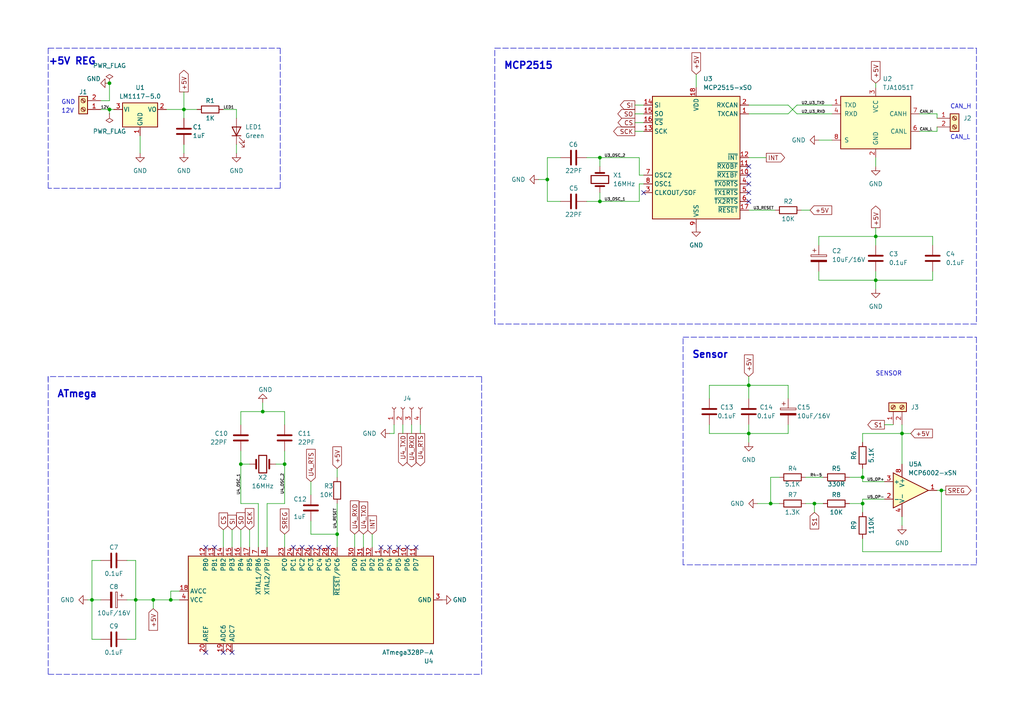
<source format=kicad_sch>
(kicad_sch (version 20211123) (generator eeschema)
  (paper "A4")
  (lib_symbols
    (symbol "Amplifier_Operational:MCP6002-xSN" (pin_names (offset 0.127))
      (property "Reference" "U" (at 0 5.08 0))
      (property "Value" "MCP6002-xSN" (at 0 -5.08 0))
      (symbol "MCP6002-xSN_1_1"
        (polyline (pts (xy -5.08 5.08) (xy 5.08 0) (xy -5.08 -5.08) (xy -5.08 5.08)) (stroke (width 0.254)) (fill (type background)))
        (pin output line (at 7.62 0 180) (length 2.54) (name "~") (number "1"))
        (pin input line (at -7.62 -2.54 0) (length 2.54) (name "-") (number "2"))
        (pin input line (at -7.62 2.54 0) (length 2.54) (name "+") (number "3"))
      )
      (symbol "MCP6002-xSN_2_1"
        (polyline (pts (xy -5.08 5.08) (xy 5.08 0) (xy -5.08 -5.08) (xy -5.08 5.08)) (stroke (width 0.254)) (fill (type background)))
        (pin input line (at -7.62 2.54 0) (length 2.54) (name "+") (number "5"))
        (pin input line (at -7.62 -2.54 0) (length 2.54) (name "-") (number "6"))
        (pin output line (at 7.62 0 180) (length 2.54) (name "~") (number "7"))
      )
      (symbol "MCP6002-xSN_3_1"
        (pin power_in line (at -2.54 -7.62 90) (length 3.81) (name "V-") (number "4"))
        (pin power_in line (at -2.54 7.62 270) (length 3.81) (name "V+") (number "8"))
      )
    )
    (symbol "Connector:Conn_01x04_Female" (pin_names (offset 1.016) hide)
      (property "Reference" "J" (at 0 5.08 0))
      (property "Value" "Conn_01x04_Female" (at 0 -7.62 0))
      (symbol "Conn_01x04_Female_1_1"
        (arc (start 0 -4.572) (mid -0.508 -5.08) (end 0 -5.588) (stroke (width 0.1524)))
        (arc (start 0 -2.032) (mid -0.508 -2.54) (end 0 -3.048) (stroke (width 0.1524)))
        (polyline (pts (xy -1.27 -5.08) (xy -0.508 -5.08)) (stroke (width 0.1524)))
        (polyline (pts (xy -1.27 -2.54) (xy -0.508 -2.54)) (stroke (width 0.1524)))
        (polyline (pts (xy -1.27 0) (xy -0.508 0)) (stroke (width 0.1524)))
        (polyline (pts (xy -1.27 2.54) (xy -0.508 2.54)) (stroke (width 0.1524)))
        (arc (start 0 0.508) (mid -0.508 0) (end 0 -0.508) (stroke (width 0.1524)))
        (arc (start 0 3.048) (mid -0.508 2.54) (end 0 2.032) (stroke (width 0.1524)))
        (pin passive line (at -5.08 2.54 0) (length 3.81) (name "Pin_1") (number "1"))
        (pin passive line (at -5.08 0 0) (length 3.81) (name "Pin_2") (number "2"))
        (pin passive line (at -5.08 -2.54 0) (length 3.81) (name "Pin_3") (number "3"))
        (pin passive line (at -5.08 -5.08 0) (length 3.81) (name "Pin_4") (number "4"))
      )
    )
    (symbol "Connector:Screw_Terminal_01x02" (pin_names (offset 1.016) hide)
      (property "Reference" "J" (at 0 2.54 0))
      (property "Value" "Screw_Terminal_01x02" (at 0 -5.08 0))
      (symbol "Screw_Terminal_01x02_1_1"
        (rectangle (start -1.27 1.27) (end 1.27 -3.81) (stroke (width 0.254)) (fill (type background)))
        (circle (center 0 -2.54) (radius 0.635) (stroke (width 0.1524)))
        (polyline (pts (xy -0.5334 -2.2098) (xy 0.3302 -3.048)) (stroke (width 0.1524)))
        (polyline (pts (xy -0.5334 0.3302) (xy 0.3302 -0.508)) (stroke (width 0.1524)))
        (polyline (pts (xy -0.3556 -2.032) (xy 0.508 -2.8702)) (stroke (width 0.1524)))
        (polyline (pts (xy -0.3556 0.508) (xy 0.508 -0.3302)) (stroke (width 0.1524)))
        (circle (center 0 0) (radius 0.635) (stroke (width 0.1524)))
        (pin passive line (at -5.08 0 0) (length 3.81) (name "Pin_1") (number "1"))
        (pin passive line (at -5.08 -2.54 0) (length 3.81) (name "Pin_2") (number "2"))
      )
    )
    (symbol "Device:C" (pin_numbers hide) (pin_names (offset 0.254))
      (property "Reference" "C" (at 0.635 2.54 0))
      (property "Value" "C" (at 0.635 -2.54 0))
      (symbol "C_0_1"
        (polyline (pts (xy -2.032 -0.762) (xy 2.032 -0.762)) (stroke (width 0.508)))
        (polyline (pts (xy -2.032 0.762) (xy 2.032 0.762)) (stroke (width 0.508)))
      )
      (symbol "C_1_1"
        (pin passive line (at 0 3.81 270) (length 2.794) (name "~") (number "1"))
        (pin passive line (at 0 -3.81 90) (length 2.794) (name "~") (number "2"))
      )
    )
    (symbol "Device:C_Polarized" (pin_numbers hide) (pin_names (offset 0.254))
      (property "Reference" "C" (at 0.635 2.54 0))
      (property "Value" "C_Polarized" (at 0.635 -2.54 0))
      (symbol "C_Polarized_0_1"
        (rectangle (start -2.286 0.508) (end 2.286 1.016))
        (polyline (pts (xy -1.778 2.286) (xy -0.762 2.286)))
        (polyline (pts (xy -1.27 2.794) (xy -1.27 1.778)))
        (rectangle (start 2.286 -0.508) (end -2.286 -1.016) (fill (type outline)))
      )
      (symbol "C_Polarized_1_1"
        (pin passive line (at 0 3.81 270) (length 2.794) (name "~") (number "1"))
        (pin passive line (at 0 -3.81 90) (length 2.794) (name "~") (number "2"))
      )
    )
    (symbol "Device:Crystal" (pin_numbers hide) (pin_names (offset 1.016) hide)
      (property "Reference" "Y" (at 0 3.81 0))
      (property "Value" "Crystal" (at 0 -3.81 0))
      (symbol "Crystal_0_1"
        (rectangle (start -1.143 2.54) (end 1.143 -2.54) (stroke (width 0.3048)))
        (polyline (pts (xy -2.54 0) (xy -1.905 0)))
        (polyline (pts (xy -1.905 -1.27) (xy -1.905 1.27)) (stroke (width 0.508)))
        (polyline (pts (xy 1.905 -1.27) (xy 1.905 1.27)) (stroke (width 0.508)))
        (polyline (pts (xy 2.54 0) (xy 1.905 0)))
      )
      (symbol "Crystal_1_1"
        (pin passive line (at -3.81 0 0) (length 1.27) (name "1") (number "1"))
        (pin passive line (at 3.81 0 180) (length 1.27) (name "2") (number "2"))
      )
    )
    (symbol "Device:LED" (pin_numbers hide) (pin_names (offset 1.016) hide)
      (property "Reference" "D" (at 0 2.54 0))
      (property "Value" "LED" (at 0 -2.54 0))
      (symbol "LED_0_1"
        (polyline (pts (xy -1.27 -1.27) (xy -1.27 1.27)) (stroke (width 0.254)))
        (polyline (pts (xy -1.27 0) (xy 1.27 0)))
        (polyline (pts (xy 1.27 -1.27) (xy 1.27 1.27) (xy -1.27 0) (xy 1.27 -1.27)) (stroke (width 0.254)))
        (polyline (pts (xy -3.048 -0.762) (xy -4.572 -2.286) (xy -3.81 -2.286) (xy -4.572 -2.286) (xy -4.572 -1.524)))
        (polyline (pts (xy -1.778 -0.762) (xy -3.302 -2.286) (xy -2.54 -2.286) (xy -3.302 -2.286) (xy -3.302 -1.524)))
      )
      (symbol "LED_1_1"
        (pin passive line (at -3.81 0 0) (length 2.54) (name "K") (number "1"))
        (pin passive line (at 3.81 0 180) (length 2.54) (name "A") (number "2"))
      )
    )
    (symbol "Device:R" (pin_numbers hide) (pin_names (offset 0))
      (property "Reference" "R" (at 2.032 0 90))
      (property "Value" "R" (at 0 0 90))
      (symbol "R_0_1"
        (rectangle (start -1.016 -2.54) (end 1.016 2.54) (stroke (width 0.254)))
      )
      (symbol "R_1_1"
        (pin passive line (at 0 3.81 270) (length 1.27) (name "~") (number "1"))
        (pin passive line (at 0 -3.81 90) (length 1.27) (name "~") (number "2"))
      )
    )
    (symbol "Interface_CAN_LIN:MCP2515-xSO"
      (property "Reference" "U" (at -10.16 19.685 0))
      (property "Value" "MCP2515-xSO" (at 19.05 20.32 0))
      (symbol "MCP2515-xSO_0_1"
        (rectangle (start -12.7 17.78) (end 12.7 -17.78) (stroke (width 0.254)) (fill (type background)))
      )
      (symbol "MCP2515-xSO_1_1"
        (pin output line (at 15.24 12.7 180) (length 2.54) (name "TXCAN") (number "1"))
        (pin output line (at 15.24 -5.08 180) (length 2.54) (name "~{RX1BF}") (number "10"))
        (pin output line (at 15.24 -2.54 180) (length 2.54) (name "~{RX0BF}") (number "11"))
        (pin output line (at 15.24 0 180) (length 2.54) (name "~{INT}") (number "12"))
        (pin input line (at -15.24 7.62 0) (length 2.54) (name "SCK") (number "13"))
        (pin input line (at -15.24 15.24 0) (length 2.54) (name "SI") (number "14"))
        (pin output line (at -15.24 12.7 0) (length 2.54) (name "SO") (number "15"))
        (pin input line (at -15.24 10.16 0) (length 2.54) (name "~{CS}") (number "16"))
        (pin input line (at 15.24 -15.24 180) (length 2.54) (name "~{RESET}") (number "17"))
        (pin power_in line (at 0 20.32 270) (length 2.54) (name "VDD") (number "18"))
        (pin input line (at 15.24 15.24 180) (length 2.54) (name "RXCAN") (number "2"))
        (pin output line (at -15.24 -10.16 0) (length 2.54) (name "CLKOUT/SOF") (number "3"))
        (pin input line (at 15.24 -7.62 180) (length 2.54) (name "~{TX0RTS}") (number "4"))
        (pin input line (at 15.24 -10.16 180) (length 2.54) (name "~{TX1RTS}") (number "5"))
        (pin input line (at 15.24 -12.7 180) (length 2.54) (name "~{TX2RTS}") (number "6"))
        (pin output line (at -15.24 -5.08 0) (length 2.54) (name "OSC2") (number "7"))
        (pin input line (at -15.24 -7.62 0) (length 2.54) (name "OSC1") (number "8"))
        (pin power_in line (at 0 -20.32 90) (length 2.54) (name "VSS") (number "9"))
      )
    )
    (symbol "Interface_CAN_LIN:TJA1051T" (pin_names (offset 1.016))
      (property "Reference" "U" (at -10.16 8.89 0))
      (property "Value" "TJA1051T" (at 1.27 8.89 0))
      (symbol "TJA1051T_0_1"
        (rectangle (start -10.16 7.62) (end 10.16 -7.62) (stroke (width 0.254)) (fill (type background)))
      )
      (symbol "TJA1051T_1_1"
        (pin input line (at -12.7 5.08 0) (length 2.54) (name "TXD") (number "1"))
        (pin power_in line (at 0 -10.16 90) (length 2.54) (name "GND") (number "2"))
        (pin power_in line (at 0 10.16 270) (length 2.54) (name "VCC") (number "3"))
        (pin output line (at -12.7 2.54 0) (length 2.54) (name "RXD") (number "4"))
        (pin no_connect line (at -12.7 -2.54 0) (length 2.54) hide (name "n.c.") (number "5"))
        (pin bidirectional line (at 12.7 -2.54 180) (length 2.54) (name "CANL") (number "6"))
        (pin bidirectional line (at 12.7 2.54 180) (length 2.54) (name "CANH") (number "7"))
        (pin input line (at -12.7 -5.08 0) (length 2.54) (name "S") (number "8"))
      )
    )
    (symbol "MCU_Microchip_ATmega:ATmega328P-A"
      (property "Reference" "U" (at -12.7 36.83 0))
      (property "Value" "ATmega328P-A" (at 2.54 -36.83 0))
      (symbol "ATmega328P-A_0_1"
        (rectangle (start -12.7 -35.56) (end 12.7 35.56) (stroke (width 0.254)) (fill (type background)))
      )
      (symbol "ATmega328P-A_1_1"
        (pin bidirectional line (at 15.24 -20.32 180) (length 2.54) (name "PD3") (number "1"))
        (pin bidirectional line (at 15.24 -27.94 180) (length 2.54) (name "PD6") (number "10"))
        (pin bidirectional line (at 15.24 -30.48 180) (length 2.54) (name "PD7") (number "11"))
        (pin bidirectional line (at 15.24 30.48 180) (length 2.54) (name "PB0") (number "12"))
        (pin bidirectional line (at 15.24 27.94 180) (length 2.54) (name "PB1") (number "13"))
        (pin bidirectional line (at 15.24 25.4 180) (length 2.54) (name "PB2") (number "14"))
        (pin bidirectional line (at 15.24 22.86 180) (length 2.54) (name "PB3") (number "15"))
        (pin bidirectional line (at 15.24 20.32 180) (length 2.54) (name "PB4") (number "16"))
        (pin bidirectional line (at 15.24 17.78 180) (length 2.54) (name "PB5") (number "17"))
        (pin power_in line (at 2.54 38.1 270) (length 2.54) (name "AVCC") (number "18"))
        (pin input line (at -15.24 25.4 0) (length 2.54) (name "ADC6") (number "19"))
        (pin bidirectional line (at 15.24 -22.86 180) (length 2.54) (name "PD4") (number "2"))
        (pin passive line (at -15.24 30.48 0) (length 2.54) (name "AREF") (number "20"))
        (pin passive line (at 0 -38.1 90) (length 2.54) hide (name "GND") (number "21"))
        (pin input line (at -15.24 22.86 0) (length 2.54) (name "ADC7") (number "22"))
        (pin bidirectional line (at 15.24 7.62 180) (length 2.54) (name "PC0") (number "23"))
        (pin bidirectional line (at 15.24 5.08 180) (length 2.54) (name "PC1") (number "24"))
        (pin bidirectional line (at 15.24 2.54 180) (length 2.54) (name "PC2") (number "25"))
        (pin bidirectional line (at 15.24 0 180) (length 2.54) (name "PC3") (number "26"))
        (pin bidirectional line (at 15.24 -2.54 180) (length 2.54) (name "PC4") (number "27"))
        (pin bidirectional line (at 15.24 -5.08 180) (length 2.54) (name "PC5") (number "28"))
        (pin bidirectional line (at 15.24 -7.62 180) (length 2.54) (name "~{RESET}/PC6") (number "29"))
        (pin power_in line (at 0 -38.1 90) (length 2.54) (name "GND") (number "3"))
        (pin bidirectional line (at 15.24 -12.7 180) (length 2.54) (name "PD0") (number "30"))
        (pin bidirectional line (at 15.24 -15.24 180) (length 2.54) (name "PD1") (number "31"))
        (pin bidirectional line (at 15.24 -17.78 180) (length 2.54) (name "PD2") (number "32"))
        (pin power_in line (at 0 38.1 270) (length 2.54) (name "VCC") (number "4"))
        (pin passive line (at 0 -38.1 90) (length 2.54) hide (name "GND") (number "5"))
        (pin passive line (at 0 38.1 270) (length 2.54) hide (name "VCC") (number "6"))
        (pin bidirectional line (at 15.24 15.24 180) (length 2.54) (name "XTAL1/PB6") (number "7"))
        (pin bidirectional line (at 15.24 12.7 180) (length 2.54) (name "XTAL2/PB7") (number "8"))
        (pin bidirectional line (at 15.24 -25.4 180) (length 2.54) (name "PD5") (number "9"))
      )
    )
    (symbol "Regulator_Linear:LM1117-5.0" (pin_names (offset 0.254))
      (property "Reference" "U" (at -3.81 3.175 0))
      (property "Value" "LM1117-5.0" (at 0 3.175 0))
      (symbol "LM1117-5.0_0_1"
        (rectangle (start -5.08 -5.08) (end 5.08 1.905) (stroke (width 0.254)) (fill (type background)))
      )
      (symbol "LM1117-5.0_1_1"
        (pin power_in line (at 0 -7.62 90) (length 2.54) (name "GND") (number "1"))
        (pin power_out line (at 7.62 0 180) (length 2.54) (name "VO") (number "2"))
        (pin power_in line (at -7.62 0 0) (length 2.54) (name "VI") (number "3"))
      )
    )
    (symbol "power:GND" (power) (pin_names (offset 0))
      (property "Value" "GND" (at 0 -3.81 0))
      (symbol "GND_0_1"
        (polyline (pts (xy 0 0) (xy 0 -1.27) (xy 1.27 -1.27) (xy 0 -2.54) (xy -1.27 -1.27) (xy 0 -1.27)))
      )
      (symbol "GND_1_1"
        (pin power_in line (at 0 0 270) (length 0) hide (name "GND") (number "1"))
      )
    )
    (symbol "power:PWR_FLAG" (power) (pin_numbers hide) (pin_names (offset 0) hide)
      (property "Value" "PWR_FLAG" (at 0 3.81 0))
      (symbol "PWR_FLAG_0_0"
        (pin power_out line (at 0 0 90) (length 0) (name "pwr") (number "1"))
      )
      (symbol "PWR_FLAG_0_1"
        (polyline (pts (xy 0 0) (xy 0 1.27) (xy -1.016 1.905) (xy 0 2.54) (xy 1.016 1.905) (xy 0 1.27)))
      )
    )
  )
  (junction (at 250.19 138.43))
  (junction (at 254 81.28))
  (junction (at 254 68.58))
  (junction (at 31.75 24.13))
  (junction (at 69.85 134.62))
  (junction (at 217.17 125.73))
  (junction (at 53.34 31.75))
  (junction (at 26.67 173.99))
  (junction (at 261.62 125.73))
  (junction (at 49.53 173.99))
  (junction (at 173.99 45.72))
  (junction (at 217.17 111.76))
  (junction (at 273.05 142.24))
  (junction (at 97.79 154.94))
  (junction (at 236.22 146.05))
  (junction (at 82.55 134.62))
  (junction (at 76.2 119.38))
  (junction (at 223.52 146.05))
  (junction (at 250.19 146.05))
  (junction (at 44.45 173.99))
  (junction (at 158.75 52.07))
  (junction (at 39.37 173.99))
  (junction (at 31.75 31.75))
  (junction (at 173.99 58.42))
  (no_connect (at 59.69 158.75))
  (no_connect (at 217.17 55.88))
  (no_connect (at 113.03 158.75))
  (no_connect (at 217.17 50.8))
  (no_connect (at 85.09 158.75))
  (no_connect (at 67.31 189.23))
  (no_connect (at 217.17 48.26))
  (no_connect (at 64.77 189.23))
  (no_connect (at 217.17 53.34))
  (no_connect (at 120.65 158.75))
  (no_connect (at 217.17 58.42))
  (no_connect (at 186.69 55.88))
  (no_connect (at 59.69 189.23))
  (no_connect (at 87.63 158.75))
  (no_connect (at 95.25 158.75))
  (no_connect (at 110.49 158.75))
  (no_connect (at 118.11 158.75))
  (no_connect (at 115.57 158.75))
  (no_connect (at 92.71 158.75))
  (no_connect (at 62.23 158.75))
  (no_connect (at 90.17 158.75))
  (wire (pts (xy 29.21 162.56) (xy 26.67 162.56)))
  (wire (pts (xy 102.87 154.94) (xy 102.87 158.75)))
  (wire (pts (xy 250.19 139.7) (xy 250.19 138.43)))
  (wire (pts (xy 273.05 142.24) (xy 273.05 160.02)))
  (wire (pts (xy 114.3 123.19) (xy 114.3 125.73)))
  (wire (pts (xy 26.67 173.99) (xy 26.67 185.42)))
  (wire (pts (xy 233.68 138.43) (xy 238.76 138.43)))
  (wire (pts (xy 250.19 125.73) (xy 261.62 125.73)))
  (wire (pts (xy 186.69 53.34) (xy 185.42 53.34)))
  (wire (pts (xy 64.77 31.75) (xy 68.58 31.75)))
  (wire (pts (xy 105.41 154.94) (xy 105.41 158.75)))
  (wire (pts (xy 40.64 39.37) (xy 40.64 44.45)))
  (wire (pts (xy 236.22 146.05) (xy 236.22 148.59)))
  (wire (pts (xy 184.15 30.48) (xy 186.69 30.48)))
  (wire (pts (xy 246.38 138.43) (xy 250.19 138.43)))
  (wire (pts (xy 254 68.58) (xy 254 71.12)))
  (wire (pts (xy 237.49 81.28) (xy 254 81.28)))
  (wire (pts (xy 261.62 149.86) (xy 261.62 152.4)))
  (wire (pts (xy 254 81.28) (xy 270.51 81.28)))
  (wire (pts (xy 237.49 78.74) (xy 237.49 81.28)))
  (wire (pts (xy 39.37 185.42) (xy 36.83 185.42)))
  (wire (pts (xy 186.69 50.8) (xy 185.42 50.8)))
  (wire (pts (xy 266.7 33.02) (xy 271.78 33.02)))
  (wire (pts (xy 82.55 134.62) (xy 80.01 134.62)))
  (wire (pts (xy 82.55 134.62) (xy 82.55 146.05)))
  (wire (pts (xy 184.15 33.02) (xy 186.69 33.02)))
  (wire (pts (xy 90.17 154.94) (xy 90.17 151.13)))
  (wire (pts (xy 77.47 146.05) (xy 82.55 146.05)))
  (wire (pts (xy 31.75 33.02) (xy 31.75 31.75)))
  (wire (pts (xy 184.15 35.56) (xy 186.69 35.56)))
  (polyline (pts (xy 143.51 13.97) (xy 283.21 13.97)))
  (wire (pts (xy 97.79 135.89) (xy 97.79 138.43)))
  (wire (pts (xy 250.19 135.89) (xy 250.19 138.43)))
  (wire (pts (xy 271.78 33.02) (xy 271.78 34.29)))
  (wire (pts (xy 158.75 58.42) (xy 158.75 52.07)))
  (polyline (pts (xy 13.97 13.97) (xy 81.28 13.97)))
  (wire (pts (xy 228.6 30.48) (xy 231.14 33.02)))
  (wire (pts (xy 69.85 123.19) (xy 69.85 119.38)))
  (wire (pts (xy 114.3 125.73) (xy 113.03 125.73)))
  (wire (pts (xy 44.45 173.99) (xy 49.53 173.99)))
  (wire (pts (xy 228.6 33.02) (xy 217.17 33.02)))
  (wire (pts (xy 254 45.72) (xy 254 48.26)))
  (wire (pts (xy 185.42 45.72) (xy 185.42 50.8)))
  (wire (pts (xy 173.99 58.42) (xy 170.18 58.42)))
  (wire (pts (xy 44.45 176.53) (xy 44.45 173.99)))
  (polyline (pts (xy 283.21 13.97) (xy 283.21 93.98)))
  (wire (pts (xy 25.4 173.99) (xy 26.67 173.99)))
  (wire (pts (xy 254 81.28) (xy 254 83.82)))
  (wire (pts (xy 217.17 123.19) (xy 217.17 125.73)))
  (wire (pts (xy 217.17 30.48) (xy 228.6 30.48)))
  (wire (pts (xy 49.53 171.45) (xy 52.07 171.45)))
  (wire (pts (xy 254 66.04) (xy 254 68.58)))
  (wire (pts (xy 74.93 146.05) (xy 74.93 158.75)))
  (wire (pts (xy 223.52 138.43) (xy 226.06 138.43)))
  (wire (pts (xy 233.68 146.05) (xy 236.22 146.05)))
  (wire (pts (xy 76.2 119.38) (xy 82.55 119.38)))
  (wire (pts (xy 116.84 123.19) (xy 116.84 125.73)))
  (wire (pts (xy 271.78 142.24) (xy 273.05 142.24)))
  (wire (pts (xy 31.75 29.21) (xy 29.21 29.21)))
  (wire (pts (xy 26.67 173.99) (xy 29.21 173.99)))
  (wire (pts (xy 205.74 123.19) (xy 205.74 125.73)))
  (wire (pts (xy 254 68.58) (xy 270.51 68.58)))
  (wire (pts (xy 236.22 146.05) (xy 238.76 146.05)))
  (wire (pts (xy 270.51 68.58) (xy 270.51 71.12)))
  (wire (pts (xy 173.99 45.72) (xy 173.99 48.26)))
  (wire (pts (xy 173.99 45.72) (xy 170.18 45.72)))
  (wire (pts (xy 250.19 144.78) (xy 256.54 144.78)))
  (wire (pts (xy 173.99 58.42) (xy 185.42 58.42)))
  (wire (pts (xy 64.77 158.75) (xy 64.77 153.67)))
  (polyline (pts (xy 283.21 163.83) (xy 198.12 163.83)))
  (wire (pts (xy 270.51 81.28) (xy 270.51 78.74)))
  (wire (pts (xy 39.37 162.56) (xy 36.83 162.56)))
  (wire (pts (xy 271.78 38.1) (xy 271.78 36.83)))
  (wire (pts (xy 250.19 160.02) (xy 250.19 156.21)))
  (polyline (pts (xy 13.97 109.22) (xy 13.97 195.58)))
  (wire (pts (xy 39.37 173.99) (xy 39.37 185.42)))
  (wire (pts (xy 231.14 30.48) (xy 241.3 30.48)))
  (wire (pts (xy 219.71 146.05) (xy 223.52 146.05)))
  (wire (pts (xy 69.85 134.62) (xy 69.85 130.81)))
  (wire (pts (xy 31.75 24.13) (xy 31.75 29.21)))
  (wire (pts (xy 237.49 40.64) (xy 241.3 40.64)))
  (wire (pts (xy 266.7 38.1) (xy 271.78 38.1)))
  (wire (pts (xy 250.19 125.73) (xy 250.19 128.27)))
  (polyline (pts (xy 283.21 97.79) (xy 283.21 163.83)))
  (polyline (pts (xy 13.97 195.58) (xy 139.7 195.58)))
  (wire (pts (xy 90.17 139.7) (xy 90.17 143.51)))
  (wire (pts (xy 205.74 125.73) (xy 217.17 125.73)))
  (wire (pts (xy 250.19 148.59) (xy 250.19 146.05)))
  (wire (pts (xy 205.74 111.76) (xy 217.17 111.76)))
  (wire (pts (xy 246.38 146.05) (xy 250.19 146.05)))
  (polyline (pts (xy 283.21 93.98) (xy 143.51 93.98)))
  (wire (pts (xy 26.67 185.42) (xy 29.21 185.42)))
  (wire (pts (xy 158.75 52.07) (xy 158.75 45.72)))
  (wire (pts (xy 256.54 123.19) (xy 259.08 123.19)))
  (polyline (pts (xy 143.51 93.98) (xy 143.51 13.97)))
  (wire (pts (xy 39.37 173.99) (xy 44.45 173.99)))
  (wire (pts (xy 185.42 53.34) (xy 185.42 58.42)))
  (wire (pts (xy 156.21 52.07) (xy 158.75 52.07)))
  (wire (pts (xy 77.47 158.75) (xy 77.47 146.05)))
  (wire (pts (xy 107.95 158.75) (xy 107.95 154.94)))
  (wire (pts (xy 76.2 116.84) (xy 76.2 119.38)))
  (wire (pts (xy 49.53 173.99) (xy 52.07 173.99)))
  (wire (pts (xy 48.26 31.75) (xy 53.34 31.75)))
  (wire (pts (xy 254 24.13) (xy 254 25.4)))
  (wire (pts (xy 158.75 45.72) (xy 162.56 45.72)))
  (wire (pts (xy 228.6 111.76) (xy 228.6 115.57)))
  (wire (pts (xy 261.62 123.19) (xy 261.62 125.73)))
  (wire (pts (xy 39.37 173.99) (xy 39.37 162.56)))
  (wire (pts (xy 68.58 31.75) (xy 68.58 34.29)))
  (wire (pts (xy 53.34 31.75) (xy 53.34 34.29)))
  (wire (pts (xy 205.74 111.76) (xy 205.74 115.57)))
  (wire (pts (xy 29.21 31.75) (xy 31.75 31.75)))
  (polyline (pts (xy 81.28 13.97) (xy 81.28 54.61)))
  (wire (pts (xy 217.17 111.76) (xy 217.17 115.57)))
  (wire (pts (xy 82.55 134.62) (xy 82.55 130.81)))
  (wire (pts (xy 68.58 41.91) (xy 68.58 44.45)))
  (polyline (pts (xy 198.12 97.79) (xy 283.21 97.79)))
  (wire (pts (xy 232.41 60.96) (xy 234.95 60.96)))
  (wire (pts (xy 82.55 154.94) (xy 82.55 158.75)))
  (wire (pts (xy 121.92 123.19) (xy 121.92 125.73)))
  (wire (pts (xy 228.6 123.19) (xy 228.6 125.73)))
  (polyline (pts (xy 81.28 54.61) (xy 13.97 54.61)))
  (wire (pts (xy 254 78.74) (xy 254 81.28)))
  (wire (pts (xy 49.53 173.99) (xy 49.53 171.45)))
  (wire (pts (xy 223.52 146.05) (xy 226.06 146.05)))
  (polyline (pts (xy 139.7 195.58) (xy 139.7 109.22)))
  (wire (pts (xy 31.75 31.75) (xy 33.02 31.75)))
  (wire (pts (xy 69.85 119.38) (xy 76.2 119.38)))
  (wire (pts (xy 173.99 55.88) (xy 173.99 58.42)))
  (polyline (pts (xy 139.7 109.22) (xy 13.97 109.22)))
  (wire (pts (xy 231.14 33.02) (xy 241.3 33.02)))
  (wire (pts (xy 53.34 26.67) (xy 53.34 31.75)))
  (wire (pts (xy 72.39 158.75) (xy 72.39 153.67)))
  (wire (pts (xy 69.85 134.62) (xy 69.85 146.05)))
  (wire (pts (xy 217.17 125.73) (xy 217.17 128.27)))
  (wire (pts (xy 72.39 134.62) (xy 69.85 134.62)))
  (wire (pts (xy 26.67 162.56) (xy 26.67 173.99)))
  (wire (pts (xy 217.17 111.76) (xy 228.6 111.76)))
  (polyline (pts (xy 13.97 13.97) (xy 13.97 54.61)))
  (wire (pts (xy 36.83 173.99) (xy 39.37 173.99)))
  (wire (pts (xy 250.19 146.05) (xy 250.19 144.78)))
  (wire (pts (xy 119.38 123.19) (xy 119.38 125.73)))
  (wire (pts (xy 231.14 30.48) (xy 228.6 33.02)))
  (wire (pts (xy 228.6 125.73) (xy 217.17 125.73)))
  (wire (pts (xy 222.25 45.72) (xy 217.17 45.72)))
  (wire (pts (xy 67.31 158.75) (xy 67.31 153.67)))
  (wire (pts (xy 261.62 125.73) (xy 261.62 134.62)))
  (wire (pts (xy 273.05 142.24) (xy 274.32 142.24)))
  (wire (pts (xy 97.79 154.94) (xy 90.17 154.94)))
  (wire (pts (xy 217.17 109.22) (xy 217.17 111.76)))
  (wire (pts (xy 162.56 58.42) (xy 158.75 58.42)))
  (wire (pts (xy 173.99 45.72) (xy 185.42 45.72)))
  (wire (pts (xy 69.85 146.05) (xy 74.93 146.05)))
  (wire (pts (xy 261.62 125.73) (xy 264.16 125.73)))
  (wire (pts (xy 82.55 119.38) (xy 82.55 123.19)))
  (wire (pts (xy 97.79 146.05) (xy 97.79 154.94)))
  (wire (pts (xy 201.93 21.59) (xy 201.93 25.4)))
  (wire (pts (xy 69.85 158.75) (xy 69.85 153.67)))
  (wire (pts (xy 184.15 38.1) (xy 186.69 38.1)))
  (wire (pts (xy 237.49 68.58) (xy 237.49 71.12)))
  (wire (pts (xy 254 68.58) (xy 237.49 68.58)))
  (wire (pts (xy 250.19 139.7) (xy 256.54 139.7)))
  (wire (pts (xy 273.05 160.02) (xy 250.19 160.02)))
  (wire (pts (xy 223.52 146.05) (xy 223.52 138.43)))
  (polyline (pts (xy 198.12 163.83) (xy 198.12 97.79)))
  (wire (pts (xy 217.17 60.96) (xy 224.79 60.96)))
  (wire (pts (xy 53.34 31.75) (xy 57.15 31.75)))
  (polyline (pts (xy 13.97 109.22) (xy 13.97 110.49)))
  (wire (pts (xy 97.79 154.94) (xy 97.79 158.75)))
  (wire (pts (xy 53.34 41.91) (xy 53.34 44.45)))
  (text "CAN_H" (at 275.59 31.75 0) (effects (font (size 1.27 1.27)) (justify left bottom)))
  (text "+5V REG" (at 13.97 19.05 0) (effects (font (size 2 2) (thickness 0.4) bold) (justify left bottom)))
  (text "12V" (at 17.78 33.02 0) (effects (font (size 1.27 1.27)) (justify left bottom)))
  (text "Sensor" (at 200.66 104.14 0) (effects (font (size 2 2) (thickness 0.4) bold) (justify left bottom)))
  (text "CAN_L" (at 275.59 40.64 0) (effects (font (size 1.27 1.27)) (justify left bottom)))
  (text "ATmega" (at 16.51 115.57 0) (effects (font (size 2 2) (thickness 0.4) bold) (justify left bottom)))
  (text "MCP2515" (at 146.05 20.32 0) (effects (font (size 2 2) (thickness 0.4) bold) (justify left bottom)))
  (text "GND" (at 17.78 30.48 0) (effects (font (size 1.27 1.27)) (justify left bottom)))
  (text "SENSOR" (at 261.62 109.22 180) (effects (font (size 1.27 1.27)) (justify right bottom)))
  (label "U2_U3_TXD" (at 232.41 30.48 0) (effects (font (size 0.8 0.8))))
  (label "LED1" (at 64.77 31.75 0) (effects (font (size 0.8 0.8))))
  (label "U5_OP+" (at 251.46 139.7 0) (effects (font (size 0.8 0.8))))
  (label "U4_OSC_1" (at 69.85 143.51 90) (effects (font (size 0.8 0.8))))
  (label "CAN_L" (at 266.7 38.1 0) (effects (font (size 0.8 0.8))))
  (label "R4-5" (at 234.95 138.43 0) (effects (font (size 0.8 0.8))))
  (label "CAN_H" (at 266.7 33.02 0) (effects (font (size 0.8 0.8))))
  (label "U2_U3_RXD" (at 232.41 33.02 0) (effects (font (size 0.8 0.8))))
  (label "U3_OSC_1" (at 175.26 58.42 0) (effects (font (size 0.8 0.8))))
  (label "U4_RESET" (at 97.79 147.32 270) (effects (font (size 0.8 0.8))))
  (label "12V" (at 29.21 31.75 0) (effects (font (size 0.8 0.8))))
  (label "U5_OP-" (at 251.46 144.78 0) (effects (font (size 0.8 0.8))))
  (label "U3_OSC_2" (at 175.26 45.72 0) (effects (font (size 0.8 0.8))))
  (label "U3_RESET" (at 218.44 60.96 0) (effects (font (size 0.8 0.8))))
  (label "U4_OSC_2" (at 82.55 137.16 270) (effects (font (size 0.8 0.8))))
  (global_label "SO" (shape input) (at 69.85 153.67 90) (property "Intersheet References" "${INTERSHEET_REFS}" (effects hide)))
  (global_label "S1" (shape input) (at 236.22 148.59 270) (property "Intersheet References" "${INTERSHEET_REFS}" (effects hide)))
  (global_label "U4_TXD" (shape output) (at 116.84 125.73 270) (property "Intersheet References" "${INTERSHEET_REFS}" (effects hide)))
  (global_label "U4_RTS" (shape output) (at 121.92 125.73 270) (property "Intersheet References" "${INTERSHEET_REFS}" (effects hide)))
  (global_label "SO" (shape output) (at 184.15 33.02 180) (property "Intersheet References" "${INTERSHEET_REFS}" (effects hide)))
  (global_label "+5V" (shape input) (at 254 24.13 90) (property "Intersheet References" "${INTERSHEET_REFS}" (effects hide)))
  (global_label "SI" (shape output) (at 184.15 30.48 180) (property "Intersheet References" "${INTERSHEET_REFS}" (effects hide)))
  (global_label "U4_TXD" (shape input) (at 105.41 154.94 90) (property "Intersheet References" "${INTERSHEET_REFS}" (effects hide)))
  (global_label "+5V" (shape output) (at 254 66.04 90) (property "Intersheet References" "${INTERSHEET_REFS}" (effects hide)))
  (global_label "+5V" (shape input) (at 201.93 21.59 90) (property "Intersheet References" "${INTERSHEET_REFS}" (effects hide)))
  (global_label "+5V" (shape input) (at 217.17 109.22 90) (property "Intersheet References" "${INTERSHEET_REFS}" (effects hide)))
  (global_label "+5V" (shape input) (at 264.16 125.73 0) (property "Intersheet References" "${INTERSHEET_REFS}" (effects hide)))
  (global_label "SCK" (shape output) (at 184.15 38.1 180) (property "Intersheet References" "${INTERSHEET_REFS}" (effects hide)))
  (global_label "SCK" (shape input) (at 72.39 153.67 90) (property "Intersheet References" "${INTERSHEET_REFS}" (effects hide)))
  (global_label "SI" (shape input) (at 67.31 153.67 90) (property "Intersheet References" "${INTERSHEET_REFS}" (effects hide)))
  (global_label "U4_RTS" (shape input) (at 90.17 139.7 90) (property "Intersheet References" "${INTERSHEET_REFS}" (effects hide)))
  (global_label "CS" (shape input) (at 64.77 153.67 90) (property "Intersheet References" "${INTERSHEET_REFS}" (effects hide)))
  (global_label "CS" (shape output) (at 184.15 35.56 180) (property "Intersheet References" "${INTERSHEET_REFS}" (effects hide)))
  (global_label "+5V" (shape input) (at 44.45 176.53 270) (property "Intersheet References" "${INTERSHEET_REFS}" (effects hide)))
  (global_label "U4_RXD" (shape input) (at 102.87 154.94 90) (property "Intersheet References" "${INTERSHEET_REFS}" (effects hide)))
  (global_label "INT" (shape output) (at 222.25 45.72 0) (property "Intersheet References" "${INTERSHEET_REFS}" (effects hide)))
  (global_label "+5V" (shape input) (at 97.79 135.89 90) (property "Intersheet References" "${INTERSHEET_REFS}" (effects hide)))
  (global_label "S1" (shape output) (at 256.54 123.19 180) (property "Intersheet References" "${INTERSHEET_REFS}" (effects hide)))
  (global_label "U4_RXD" (shape output) (at 119.38 125.73 270) (property "Intersheet References" "${INTERSHEET_REFS}" (effects hide)))
  (global_label "SREG" (shape input) (at 82.55 154.94 90) (property "Intersheet References" "${INTERSHEET_REFS}" (effects hide)))
  (global_label "INT" (shape input) (at 107.95 154.94 90) (property "Intersheet References" "${INTERSHEET_REFS}" (effects hide)))
  (global_label "SREG" (shape output) (at 274.32 142.24 0) (property "Intersheet References" "${INTERSHEET_REFS}" (effects hide)))
  (global_label "+5V" (shape output) (at 53.34 26.67 90) (property "Intersheet References" "${INTERSHEET_REFS}" (effects hide)))
  (global_label "+5V" (shape input) (at 234.95 60.96 0) (property "Intersheet References" "${INTERSHEET_REFS}" (effects hide)))
  (symbol (lib_id "power:GND") (at 76.2 116.84 180) (unit 1)
    (property "Reference" "#PWR0111" (effects hide))
    (property "Value" "GND" (at 74.93 113.03 0) (effects (justify right)))
  )
  (symbol (lib_id "Device:Crystal") (at 76.2 134.62 0) (unit 1)
    (property "Reference" "X2" (at 76.2 138.43 0))
    (property "Value" "16MHz" (at 76.2 140.97 0))
    (property "Footprint" "Crystal:Crystal_HC49-4H_Vertical" (effects hide))
  )
  (symbol (lib_id "Device:C") (at 270.51 74.93 0) (unit 1)
    (property "Reference" "C4" (at 274.32 73.6599 0) (effects (justify left)))
    (property "Value" "0.1uF" (at 274.32 76.1999 0) (effects (justify left)))
    (property "Footprint" "Capacitor_SMD_Custom:C_KEM_0805_2.0x1.25mm" (effects hide))
  )
  (symbol (lib_id "power:GND") (at 113.03 125.73 270) (unit 1)
    (property "Reference" "#PWR0109" (effects hide))
    (property "Value" "GND" (at 109.22 125.7299 90) (effects (justify right)))
  )
  (symbol (lib_id "Device:C") (at 33.02 162.56 270) (unit 1)
    (property "Reference" "C7" (at 33.02 158.75 90))
    (property "Value" "0.1uF" (at 33.02 166.37 90))
    (property "Footprint" "Capacitor_SMD_Custom:C_KEM_0805_2.0x1.25mm" (effects hide))
  )
  (symbol (lib_id "Connector:Screw_Terminal_01x02") (at 276.86 34.29 0) (unit 1)
    (property "Reference" "J2" (at 279.4 34.2899 0) (effects (justify left)))
    (property "Value" "Screw_Terminal_01x02" (effects hide))
    (property "Footprint" "TerminalBlock:TerminalBlock_bornier-2_P5.08mm" (effects hide))
  )
  (symbol (lib_id "Device:Crystal") (at 173.99 52.07 270) (unit 1)
    (property "Reference" "X1" (at 177.8 50.7999 90) (effects (justify left)))
    (property "Value" "16MHz" (at 177.8 53.3399 90) (effects (justify left)))
    (property "Footprint" "Crystal:Crystal_HC49-4H_Vertical" (effects hide))
  )
  (symbol (lib_id "Connector:Screw_Terminal_01x02") (at 259.08 118.11 90) (unit 1)
    (property "Reference" "J3" (at 264.16 118.1099 90) (effects (justify right)))
    (property "Value" "Screw_Terminal_01x02" (effects hide))
    (property "Footprint" "TerminalBlock:TerminalBlock_bornier-2_P5.08mm" (effects hide))
  )
  (symbol (lib_id "Device:C") (at 82.55 127 0) (unit 1)
    (property "Reference" "C11" (at 86.36 125.73 0) (effects (justify left)))
    (property "Value" "22PF" (at 86.36 128.2699 0) (effects (justify left)))
    (property "Footprint" "Capacitor_SMD_Custom:C_KEM_0805_2.0x1.25mm" (effects hide))
  )
  (symbol (lib_id "Device:R") (at 229.87 138.43 90) (unit 1)
    (property "Reference" "R4" (at 229.87 135.89 90))
    (property "Value" "5.1K" (at 229.87 139.7 90) (effects (justify bottom)))
    (property "Footprint" "Resistors_SMD_Custom:R_SPR-0603_1.6x0.8mm" (effects hide))
  )
  (symbol (lib_id "Connector:Conn_01x04_Female") (at 116.84 118.11 90) (unit 1)
    (property "Reference" "J4" (at 118.11 115.57 90))
    (property "Value" "Conn_01x04_Female" (effects hide))
    (property "Footprint" "Connector_PinHeader_2.54mm:PinHeader_1x04_P2.54mm_Vertical" (effects hide))
  )
  (symbol (lib_id "power:GND") (at 156.21 52.07 270) (unit 1)
    (property "Reference" "#PWR0103" (effects hide))
    (property "Value" "GND" (at 152.4 52.0699 90) (effects (justify right)))
  )
  (symbol (lib_id "power:GND") (at 237.49 40.64 270) (unit 1)
    (property "Reference" "#PWR0113" (effects hide))
    (property "Value" "GND" (at 233.68 40.6399 90) (effects (justify right)))
  )
  (symbol (lib_id "Device:R") (at 250.19 152.4 0) (unit 1)
    (property "Reference" "R9" (at 247.65 153.67 90) (effects (justify left)))
    (property "Value" "110K" (at 252.73 154.94 90) (effects (justify left)))
    (property "Footprint" "Resistors_SMD_Custom:R_SPR-0603_1.6x0.8mm" (effects hide))
  )
  (symbol (lib_id "power:GND") (at 254 83.82 0) (unit 1)
    (property "Reference" "#PWR0112" (effects hide))
    (property "Value" "GND" (at 254 88.9 0))
  )
  (symbol (lib_id "Device:C_Polarized") (at 33.02 173.99 270) (unit 1)
    (property "Reference" "C8" (at 33.02 170.18 90))
    (property "Value" "10uF/16V" (at 33.02 177.8 90))
    (property "Footprint" "Capacitor_SMD_Custom:C_TAJ_3516_Bauform_A" (effects hide))
  )
  (symbol (lib_id "Device:C") (at 166.37 58.42 90) (unit 1)
    (property "Reference" "C5" (at 166.37 54.61 90))
    (property "Value" "22PF" (at 166.37 62.23 90))
    (property "Footprint" "Capacitor_SMD_Custom:C_KEM_0805_2.0x1.25mm" (effects hide))
  )
  (symbol (lib_id "power:GND") (at 201.93 66.04 0) (unit 1)
    (property "Reference" "#PWR0114" (effects hide))
    (property "Value" "GND" (at 201.93 71.12 0))
  )
  (symbol (lib_id "power:GND") (at 128.27 173.99 90) (unit 1)
    (property "Reference" "#PWR0110" (effects hide))
    (property "Value" "GND" (at 133.35 173.99 90))
  )
  (symbol (lib_id "Device:R") (at 242.57 138.43 90) (unit 1)
    (property "Reference" "R5" (at 242.57 135.89 90))
    (property "Value" "330R" (at 242.57 139.7 90) (effects (justify bottom)))
    (property "Footprint" "Resistors_SMD_Custom:R_SPR-0603_1.6x0.8mm" (effects hide))
  )
  (symbol (lib_id "power:GND") (at 68.58 44.45 0) (unit 1)
    (property "Reference" "#PWR0107" (effects hide))
    (property "Value" "GND" (at 68.58 49.53 0))
  )
  (symbol (lib_id "Device:R") (at 242.57 146.05 90) (unit 1)
    (property "Reference" "R8" (at 242.57 143.51 90))
    (property "Value" "10K" (at 242.57 148.59 90))
    (property "Footprint" "Resistors_SMD_Custom:R_SPR-0603_1.6x0.8mm" (effects hide))
  )
  (symbol (lib_id "Device:R") (at 229.87 146.05 270) (unit 1)
    (property "Reference" "R7" (at 229.87 143.51 90))
    (property "Value" "1.3K" (at 229.87 148.59 90))
    (property "Footprint" "Resistors_SMD_Custom:R_SPR-0603_1.6x0.8mm" (effects hide))
  )
  (symbol (lib_id "Device:R") (at 97.79 142.24 0) (unit 1)
    (property "Reference" "R3" (at 93.98 140.97 0) (effects (justify left)))
    (property "Value" "10K" (at 92.71 143.51 0) (effects (justify left)))
    (property "Footprint" "Resistors_SMD_Custom:R_SPR-0603_1.6x0.8mm" (effects hide))
  )
  (symbol (lib_id "power:GND") (at 261.62 152.4 0) (unit 1)
    (property "Reference" "#PWR0115" (effects hide))
    (property "Value" "GND" (at 261.62 157.48 0))
  )
  (symbol (lib_id "Device:R") (at 250.19 132.08 0) (unit 1)
    (property "Reference" "R6" (at 247.65 132.08 90))
    (property "Value" "5.1K" (at 252.73 132.08 90))
    (property "Footprint" "Resistors_SMD_Custom:R_SPR-0603_1.6x0.8mm" (effects hide))
  )
  (symbol (lib_id "Device:C") (at 205.74 119.38 0) (unit 1)
    (property "Reference" "C13" (at 210.82 118.11 0))
    (property "Value" "0.1uF" (at 210.82 120.65 0))
    (property "Footprint" "Capacitor_SMD_Custom:C_KEM_0805_2.0x1.25mm" (effects hide))
  )
  (symbol (lib_id "Amplifier_Operational:MCP6002-xSN") (at 264.16 142.24 0) (unit 1)
    (property "Reference" "U5" (at 265.43 134.62 0))
    (property "Value" "MCP6002-xSN" (at 270.51 137.16 0))
    (property "Footprint" "Package_DIP:DIP-8_W7.62mm" (effects hide))
    (property "Datasheet" "http://ww1.microchip.com/downloads/en/DeviceDoc/21733j.pdf" (effects hide))
  )
  (symbol (lib_id "Connector:Screw_Terminal_01x02") (at 24.13 31.75 180) (unit 1)
    (property "Reference" "J1" (at 24.13 26.67 0))
    (property "Value" "Screw_Terminal_01x02" (effects hide))
    (property "Footprint" "TerminalBlock:TerminalBlock_bornier-2_P5.08mm" (effects hide))
  )
  (symbol (lib_id "Device:C") (at 217.17 119.38 180) (unit 1)
    (property "Reference" "C14" (at 222.25 118.11 0))
    (property "Value" "0.1uF" (at 222.25 120.65 0))
    (property "Footprint" "Capacitor_SMD_Custom:C_KEM_0805_2.0x1.25mm" (effects hide))
  )
  (symbol (lib_id "Device:C") (at 166.37 45.72 90) (unit 1)
    (property "Reference" "C6" (at 167.64 41.91 90) (effects (justify left)))
    (property "Value" "22PF" (at 168.91 49.53 90) (effects (justify left)))
    (property "Footprint" "Capacitor_SMD_Custom:C_KEM_0805_2.0x1.25mm" (effects hide))
  )
  (symbol (lib_id "Interface_CAN_LIN:MCP2515-xSO") (at 201.93 45.72 0) (unit 1)
    (property "Reference" "U3" (at 203.9494 22.86 0) (effects (justify left)))
    (property "Value" "MCP2515-xSO" (at 203.9494 25.4 0) (effects (justify left)))
    (property "Footprint" "Package_SO:SOIC-18W_7.5x11.6mm_P1.27mm" (effects hide))
    (property "Datasheet" "http://ww1.microchip.com/downloads/en/DeviceDoc/21801e.pdf" (effects hide))
  )
  (symbol (lib_id "power:GND") (at 31.75 24.13 270) (unit 1)
    (property "Reference" "#PWR0108" (effects hide))
    (property "Value" "GND" (at 29.21 22.86 90) (effects (justify right)))
  )
  (symbol (lib_id "power:PWR_FLAG") (at 31.75 33.02 180) (unit 1)
    (property "Reference" "#FLG0102" (effects hide))
    (property "Value" "PWR_FLAG" (at 31.75 38.1 0))
  )
  (symbol (lib_id "Device:C") (at 33.02 185.42 270) (unit 1)
    (property "Reference" "C9" (at 33.02 181.61 90))
    (property "Value" "0.1uF" (at 33.02 189.23 90))
    (property "Footprint" "Capacitor_SMD_Custom:C_KEM_0805_2.0x1.25mm" (effects hide))
  )
  (symbol (lib_id "Interface_CAN_LIN:TJA1051T") (at 254 35.56 0) (unit 1)
    (property "Reference" "U2" (at 256.0194 22.86 0) (effects (justify left)))
    (property "Value" "TJA1051T" (at 256.0194 25.4 0) (effects (justify left)))
    (property "Footprint" "Package_SO:SOIC-8_3.9x4.9mm_P1.27mm" (effects hide))
    (property "Datasheet" "http://www.nxp.com/documents/data_sheet/TJA1051.pdf" (effects hide))
  )
  (symbol (lib_id "power:GND") (at 217.17 128.27 0) (unit 1)
    (property "Reference" "#PWR0116" (effects hide))
    (property "Value" "GND" (at 217.17 133.35 0))
  )
  (symbol (lib_id "Device:R") (at 60.96 31.75 90) (unit 1)
    (property "Reference" "R1" (at 60.96 29.21 90))
    (property "Value" "1K" (at 60.96 34.29 90))
    (property "Footprint" "Resistors_SMD_Custom:R_SPR-0603_1.6x0.8mm" (effects hide))
  )
  (symbol (lib_id "power:GND") (at 254 48.26 0) (unit 1)
    (property "Reference" "#PWR0101" (effects hide))
    (property "Value" "GND" (at 254 53.34 0))
  )
  (symbol (lib_id "power:GND") (at 53.34 44.45 0) (unit 1)
    (property "Reference" "#PWR0105" (effects hide))
    (property "Value" "GND" (at 53.34 49.53 0))
  )
  (symbol (lib_id "Regulator_Linear:LM1117-5.0") (at 40.64 31.75 0) (unit 1)
    (property "Reference" "U1" (at 40.64 25.4 0))
    (property "Value" "LM1117-5.0" (at 40.64 27.94 0))
    (property "Footprint" "Package_TO_SOT_SMD:SOT-223" (effects hide))
    (property "Datasheet" "http://www.ti.com/lit/ds/symlink/lm1117.pdf" (effects hide))
  )
  (symbol (lib_id "Device:C_Polarized") (at 228.6 119.38 0) (unit 1)
    (property "Reference" "C15" (at 231.14 118.11 0) (effects (justify left)))
    (property "Value" "10uF/16V" (at 231.14 120.65 0) (effects (justify left)))
    (property "Footprint" "Capacitor_SMD_Custom:C_TAJ_3516_Bauform_A" (effects hide))
  )
  (symbol (lib_id "Device:C_Polarized") (at 237.49 74.93 0) (unit 1)
    (property "Reference" "C2" (at 241.3 72.7709 0) (effects (justify left)))
    (property "Value" "10uF/16V" (at 241.3 75.3109 0) (effects (justify left)))
    (property "Footprint" "Capacitor_SMD_Custom:C_TAJ_3516_Bauform_A" (effects hide))
  )
  (symbol (lib_id "Amplifier_Operational:MCP6002-xSN") (at 264.16 142.24 0) (unit 3)
    (property "Reference" "U5" (effects hide))
    (property "Value" "MCP6002-xSN" (effects hide))
    (property "Footprint" "Package_DIP:DIP-8_W7.62mm" (effects hide))
    (property "Datasheet" "http://ww1.microchip.com/downloads/en/DeviceDoc/21733j.pdf" (effects hide))
  )
  (symbol (lib_id "Device:LED") (at 68.58 38.1 90) (unit 1)
    (property "Reference" "LED1" (at 71.12 36.83 90) (effects (justify right)))
    (property "Value" "Green" (at 71.12 39.37 90) (effects (justify right)))
    (property "Footprint" "LED_SMD_Custom:LED_EL_0603_GR1_1608" (effects hide))
  )
  (symbol (lib_id "power:PWR_FLAG") (at 31.75 24.13 0) (unit 1)
    (property "Reference" "#FLG0101" (effects hide))
    (property "Value" "PWR_FLAG" (at 31.75 19.05 0))
  )
  (symbol (lib_id "Device:C") (at 254 74.93 0) (unit 1)
    (property "Reference" "C3" (at 257.81 73.6599 0) (effects (justify left)))
    (property "Value" "0.1uF" (at 257.81 76.1999 0) (effects (justify left)))
    (property "Footprint" "Capacitor_SMD_Custom:C_KEM_0805_2.0x1.25mm" (effects hide))
  )
  (symbol (lib_id "power:GND") (at 219.71 146.05 270) (unit 1)
    (property "Reference" "#PWR0102" (effects hide))
    (property "Value" "GND" (at 215.9 146.0499 90) (effects (justify right)))
  )
  (symbol (lib_id "MCU_Microchip_ATmega:ATmega328P-A") (at 90.17 173.99 90) (unit 1)
    (property "Reference" "U4" (at 125.73 191.77 90) (effects (justify left)))
    (property "Value" "ATmega328P-A" (at 125.73 189.23 90) (effects (justify left)))
    (property "Footprint" "Package_QFP:TQFP-32_7x7mm_P0.8mm" (effects hide))
    (property "Datasheet" "http://ww1.microchip.com/downloads/en/DeviceDoc/ATmega328_P%20AVR%20MCU%20with%20picoPower%20Technology%20Data%20Sheet%2040001984A.pdf" (effects hide))
  )
  (symbol (lib_id "Device:R") (at 228.6 60.96 90) (unit 1)
    (property "Reference" "R2" (at 228.6 58.42 90))
    (property "Value" "10K" (at 228.6 63.5 90))
    (property "Footprint" "Resistors_SMD_Custom:R_SPR-0603_1.6x0.8mm" (effects hide))
  )
  (symbol (lib_id "Device:C") (at 69.85 127 180) (unit 1)
    (property "Reference" "C10" (at 62.23 125.73 0) (effects (justify right)))
    (property "Value" "22PF" (at 60.96 128.27 0) (effects (justify right)))
    (property "Footprint" "Capacitor_SMD_Custom:C_KEM_0805_2.0x1.25mm" (effects hide))
  )
  (symbol (lib_id "power:GND") (at 40.64 44.45 0) (unit 1)
    (property "Reference" "#PWR0106" (effects hide))
    (property "Value" "GND" (at 40.64 49.53 0))
  )
  (symbol (lib_id "Device:C") (at 53.34 38.1 0) (unit 1)
    (property "Reference" "C1" (at 55.88 36.83 0) (effects (justify left)))
    (property "Value" "1uF" (at 55.88 39.37 0) (effects (justify left)))
    (property "Footprint" "Capacitor_SMD_Custom:C_KEM_0805_2.0x1.25mm" (effects hide))
  )
  (symbol (lib_id "Device:C") (at 90.17 147.32 0) (unit 1)
    (property "Reference" "C12" (at 85.09 144.78 0) (effects (justify left)))
    (property "Value" "1uF" (at 85.09 149.86 0) (effects (justify left)))
    (property "Footprint" "Capacitor_SMD_Custom:C_KEM_0805_2.0x1.25mm" (effects hide))
  )
  (symbol (lib_id "power:GND") (at 25.4 173.99 270) (unit 1)
    (property "Reference" "#PWR0104" (effects hide))
    (property "Value" "GND" (at 21.59 173.9901 90) (effects (justify right)))
  )
)
</source>
